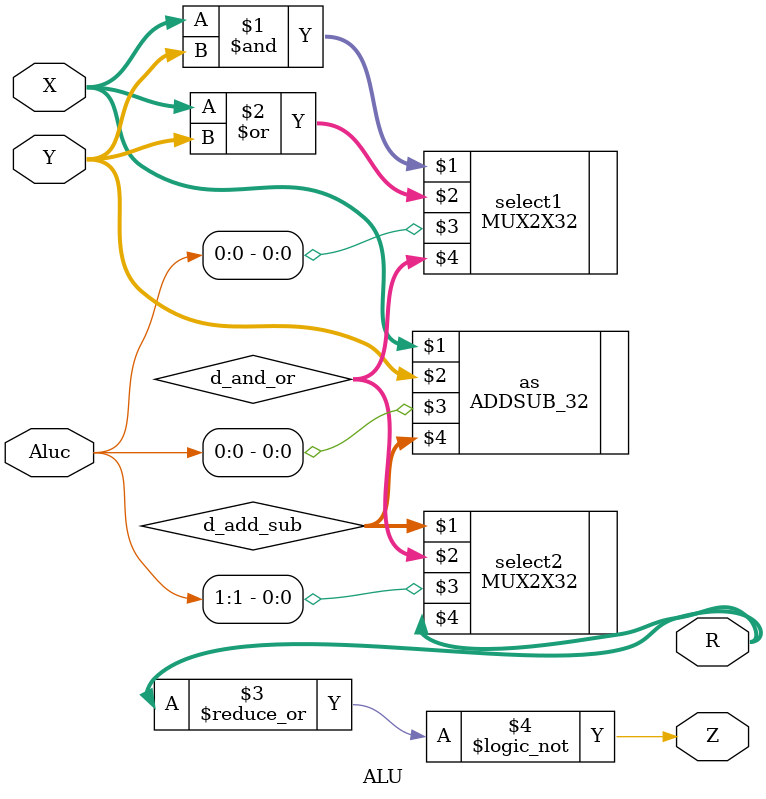
<source format=v>
`timescale 1ns / 1ps

module ALU(X, Y, Aluc, R, Z);

input   [31:0]  X, Y;
input   [1:0]   Aluc;
output  [31:0]  R;
output          Z;

wire    [31:0]  d_add_sub, d_and_or;

ADDSUB_32   as(X, Y, Aluc[0], d_add_sub);

MUX2X32 select1(X & Y, X | Y, Aluc[0], d_and_or);
MUX2X32 select2(d_add_sub, d_and_or, Aluc[1], R);

assign Z = ~|R;

endmodule
</source>
